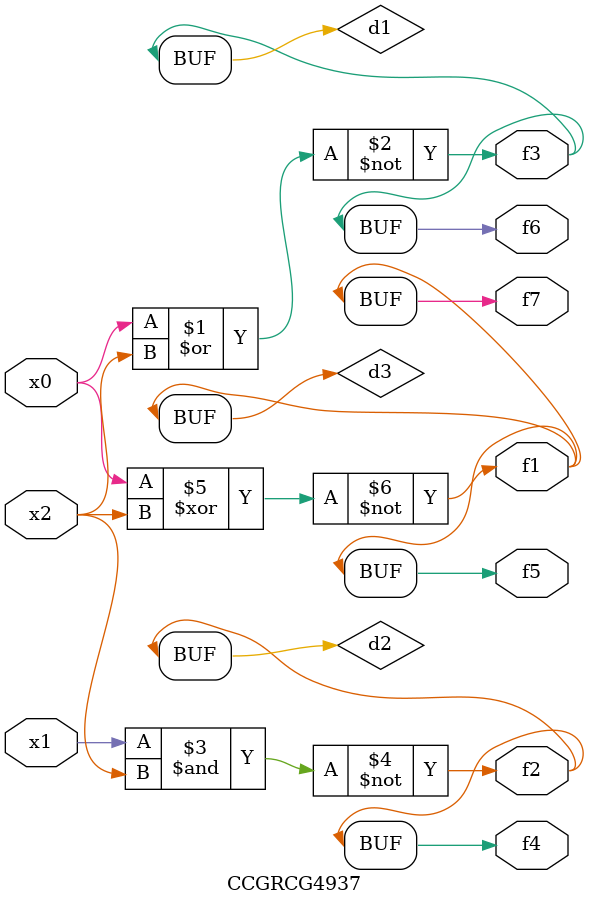
<source format=v>
module CCGRCG4937(
	input x0, x1, x2,
	output f1, f2, f3, f4, f5, f6, f7
);

	wire d1, d2, d3;

	nor (d1, x0, x2);
	nand (d2, x1, x2);
	xnor (d3, x0, x2);
	assign f1 = d3;
	assign f2 = d2;
	assign f3 = d1;
	assign f4 = d2;
	assign f5 = d3;
	assign f6 = d1;
	assign f7 = d3;
endmodule

</source>
